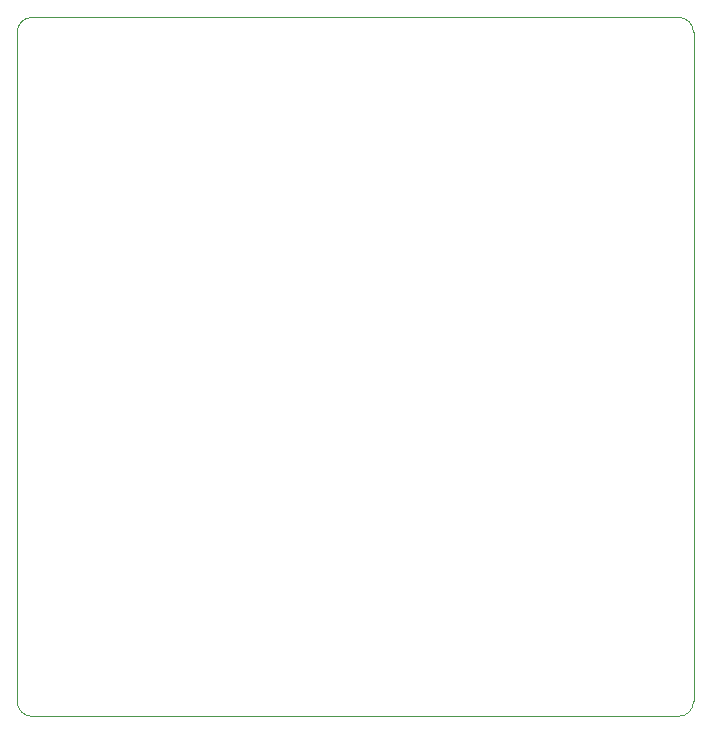
<source format=gbr>
G04*
G04 #@! TF.GenerationSoftware,Altium Limited,Altium Designer,24.9.1 (31)*
G04*
G04 Layer_Color=0*
%FSLAX44Y44*%
%MOMM*%
G71*
G04*
G04 #@! TF.SameCoordinates,6BFB7B3A-7256-4563-B951-73D5F75FE77E*
G04*
G04*
G04 #@! TF.FilePolarity,Positive*
G04*
G01*
G75*
%ADD69C,0.0254*%
D69*
X621030Y444500D02*
G03*
X633730Y431800I12700J0D01*
G01*
X1181100D01*
D02*
G03*
X1193800Y444500I0J12700D01*
G01*
Y1010920D01*
D02*
G03*
X1181100Y1023620I-12700J0D01*
G01*
X633730D01*
D02*
G03*
X621030Y1010920I0J-12700D01*
G01*
Y444500D01*
M02*

</source>
